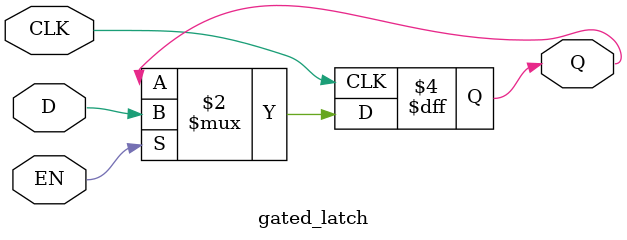
<source format=v>

module sr_latch( 
    input S, R, 
    output reg Q, Q_bar 
); 
always @(S or R) 
    if (!S && R) 
        {Q, Q_bar} <= 2'b01; 
    else if (S && !R) 
        {Q, Q_bar} <= 2'b10; 
endmodule 
 

//D Latch: 

 

module d_latch( 
    input D, EN, 
    output reg Q 
); 
always @(EN) 
    if (EN) 
        Q <= D; 
endmodule 
 

//Gated Latch: 

module gated_latch( 
    input D, EN, CLK, 
    output reg Q 
); 
always @(posedge CLK) 
    if (EN) 
        Q <= D; 
endmodule 

</source>
